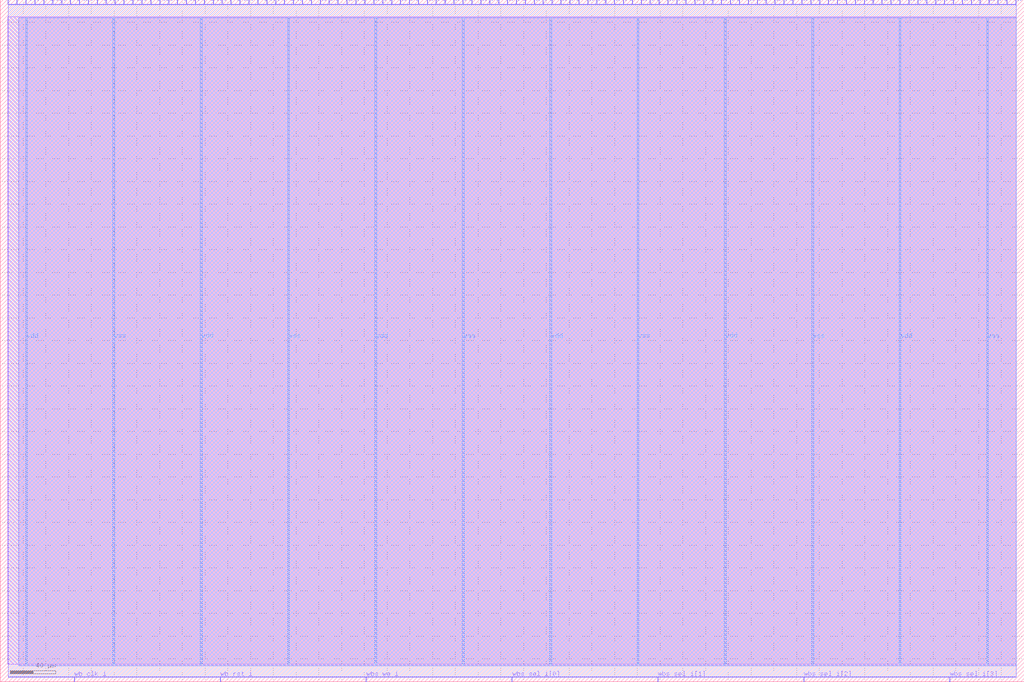
<source format=lef>
VERSION 5.7 ;
  NOWIREEXTENSIONATPIN ON ;
  DIVIDERCHAR "/" ;
  BUSBITCHARS "[]" ;
MACRO plant_example
  CLASS BLOCK ;
  FOREIGN plant_example ;
  ORIGIN 0.000 0.000 ;
  SIZE 900.000 BY 600.000 ;
  PIN io_in[0]
    DIRECTION INPUT ;
    USE SIGNAL ;
    PORT
      LAYER Metal2 ;
        RECT 6.720 596.000 7.280 600.000 ;
    END
  END io_in[0]
  PIN io_in[10]
    DIRECTION INPUT ;
    USE SIGNAL ;
    PORT
      LAYER Metal2 ;
        RECT 241.920 596.000 242.480 600.000 ;
    END
  END io_in[10]
  PIN io_in[11]
    DIRECTION INPUT ;
    USE SIGNAL ;
    PORT
      LAYER Metal2 ;
        RECT 265.440 596.000 266.000 600.000 ;
    END
  END io_in[11]
  PIN io_in[12]
    DIRECTION INPUT ;
    USE SIGNAL ;
    PORT
      LAYER Metal2 ;
        RECT 288.960 596.000 289.520 600.000 ;
    END
  END io_in[12]
  PIN io_in[13]
    DIRECTION INPUT ;
    USE SIGNAL ;
    PORT
      LAYER Metal2 ;
        RECT 312.480 596.000 313.040 600.000 ;
    END
  END io_in[13]
  PIN io_in[14]
    DIRECTION INPUT ;
    USE SIGNAL ;
    PORT
      LAYER Metal2 ;
        RECT 336.000 596.000 336.560 600.000 ;
    END
  END io_in[14]
  PIN io_in[15]
    DIRECTION INPUT ;
    USE SIGNAL ;
    PORT
      LAYER Metal2 ;
        RECT 359.520 596.000 360.080 600.000 ;
    END
  END io_in[15]
  PIN io_in[16]
    DIRECTION INPUT ;
    USE SIGNAL ;
    PORT
      LAYER Metal2 ;
        RECT 383.040 596.000 383.600 600.000 ;
    END
  END io_in[16]
  PIN io_in[17]
    DIRECTION INPUT ;
    USE SIGNAL ;
    PORT
      LAYER Metal2 ;
        RECT 406.560 596.000 407.120 600.000 ;
    END
  END io_in[17]
  PIN io_in[18]
    DIRECTION INPUT ;
    USE SIGNAL ;
    PORT
      LAYER Metal2 ;
        RECT 430.080 596.000 430.640 600.000 ;
    END
  END io_in[18]
  PIN io_in[19]
    DIRECTION INPUT ;
    USE SIGNAL ;
    PORT
      LAYER Metal2 ;
        RECT 453.600 596.000 454.160 600.000 ;
    END
  END io_in[19]
  PIN io_in[1]
    DIRECTION INPUT ;
    USE SIGNAL ;
    PORT
      LAYER Metal2 ;
        RECT 30.240 596.000 30.800 600.000 ;
    END
  END io_in[1]
  PIN io_in[20]
    DIRECTION INPUT ;
    USE SIGNAL ;
    PORT
      LAYER Metal2 ;
        RECT 477.120 596.000 477.680 600.000 ;
    END
  END io_in[20]
  PIN io_in[21]
    DIRECTION INPUT ;
    USE SIGNAL ;
    PORT
      LAYER Metal2 ;
        RECT 500.640 596.000 501.200 600.000 ;
    END
  END io_in[21]
  PIN io_in[22]
    DIRECTION INPUT ;
    USE SIGNAL ;
    PORT
      LAYER Metal2 ;
        RECT 524.160 596.000 524.720 600.000 ;
    END
  END io_in[22]
  PIN io_in[23]
    DIRECTION INPUT ;
    USE SIGNAL ;
    PORT
      LAYER Metal2 ;
        RECT 547.680 596.000 548.240 600.000 ;
    END
  END io_in[23]
  PIN io_in[24]
    DIRECTION INPUT ;
    USE SIGNAL ;
    PORT
      LAYER Metal2 ;
        RECT 571.200 596.000 571.760 600.000 ;
    END
  END io_in[24]
  PIN io_in[25]
    DIRECTION INPUT ;
    USE SIGNAL ;
    PORT
      LAYER Metal2 ;
        RECT 594.720 596.000 595.280 600.000 ;
    END
  END io_in[25]
  PIN io_in[26]
    DIRECTION INPUT ;
    USE SIGNAL ;
    PORT
      LAYER Metal2 ;
        RECT 618.240 596.000 618.800 600.000 ;
    END
  END io_in[26]
  PIN io_in[27]
    DIRECTION INPUT ;
    USE SIGNAL ;
    PORT
      LAYER Metal2 ;
        RECT 641.760 596.000 642.320 600.000 ;
    END
  END io_in[27]
  PIN io_in[28]
    DIRECTION INPUT ;
    USE SIGNAL ;
    PORT
      LAYER Metal2 ;
        RECT 665.280 596.000 665.840 600.000 ;
    END
  END io_in[28]
  PIN io_in[29]
    DIRECTION INPUT ;
    USE SIGNAL ;
    PORT
      LAYER Metal2 ;
        RECT 688.800 596.000 689.360 600.000 ;
    END
  END io_in[29]
  PIN io_in[2]
    DIRECTION INPUT ;
    USE SIGNAL ;
    PORT
      LAYER Metal2 ;
        RECT 53.760 596.000 54.320 600.000 ;
    END
  END io_in[2]
  PIN io_in[30]
    DIRECTION INPUT ;
    USE SIGNAL ;
    PORT
      LAYER Metal2 ;
        RECT 712.320 596.000 712.880 600.000 ;
    END
  END io_in[30]
  PIN io_in[31]
    DIRECTION INPUT ;
    USE SIGNAL ;
    PORT
      LAYER Metal2 ;
        RECT 735.840 596.000 736.400 600.000 ;
    END
  END io_in[31]
  PIN io_in[32]
    DIRECTION INPUT ;
    USE SIGNAL ;
    PORT
      LAYER Metal2 ;
        RECT 759.360 596.000 759.920 600.000 ;
    END
  END io_in[32]
  PIN io_in[33]
    DIRECTION INPUT ;
    USE SIGNAL ;
    PORT
      LAYER Metal2 ;
        RECT 782.880 596.000 783.440 600.000 ;
    END
  END io_in[33]
  PIN io_in[34]
    DIRECTION INPUT ;
    USE SIGNAL ;
    PORT
      LAYER Metal2 ;
        RECT 806.400 596.000 806.960 600.000 ;
    END
  END io_in[34]
  PIN io_in[35]
    DIRECTION INPUT ;
    USE SIGNAL ;
    PORT
      LAYER Metal2 ;
        RECT 829.920 596.000 830.480 600.000 ;
    END
  END io_in[35]
  PIN io_in[36]
    DIRECTION INPUT ;
    USE SIGNAL ;
    PORT
      LAYER Metal2 ;
        RECT 853.440 596.000 854.000 600.000 ;
    END
  END io_in[36]
  PIN io_in[37]
    DIRECTION INPUT ;
    USE SIGNAL ;
    PORT
      LAYER Metal2 ;
        RECT 876.960 596.000 877.520 600.000 ;
    END
  END io_in[37]
  PIN io_in[3]
    DIRECTION INPUT ;
    USE SIGNAL ;
    PORT
      LAYER Metal2 ;
        RECT 77.280 596.000 77.840 600.000 ;
    END
  END io_in[3]
  PIN io_in[4]
    DIRECTION INPUT ;
    USE SIGNAL ;
    PORT
      LAYER Metal2 ;
        RECT 100.800 596.000 101.360 600.000 ;
    END
  END io_in[4]
  PIN io_in[5]
    DIRECTION INPUT ;
    USE SIGNAL ;
    PORT
      LAYER Metal2 ;
        RECT 124.320 596.000 124.880 600.000 ;
    END
  END io_in[5]
  PIN io_in[6]
    DIRECTION INPUT ;
    USE SIGNAL ;
    PORT
      LAYER Metal2 ;
        RECT 147.840 596.000 148.400 600.000 ;
    END
  END io_in[6]
  PIN io_in[7]
    DIRECTION INPUT ;
    USE SIGNAL ;
    PORT
      LAYER Metal2 ;
        RECT 171.360 596.000 171.920 600.000 ;
    END
  END io_in[7]
  PIN io_in[8]
    DIRECTION INPUT ;
    USE SIGNAL ;
    PORT
      LAYER Metal2 ;
        RECT 194.880 596.000 195.440 600.000 ;
    END
  END io_in[8]
  PIN io_in[9]
    DIRECTION INPUT ;
    USE SIGNAL ;
    PORT
      LAYER Metal2 ;
        RECT 218.400 596.000 218.960 600.000 ;
    END
  END io_in[9]
  PIN io_oeb[0]
    DIRECTION OUTPUT TRISTATE ;
    USE SIGNAL ;
    PORT
      LAYER Metal2 ;
        RECT 14.560 596.000 15.120 600.000 ;
    END
  END io_oeb[0]
  PIN io_oeb[10]
    DIRECTION OUTPUT TRISTATE ;
    USE SIGNAL ;
    PORT
      LAYER Metal2 ;
        RECT 249.760 596.000 250.320 600.000 ;
    END
  END io_oeb[10]
  PIN io_oeb[11]
    DIRECTION OUTPUT TRISTATE ;
    USE SIGNAL ;
    PORT
      LAYER Metal2 ;
        RECT 273.280 596.000 273.840 600.000 ;
    END
  END io_oeb[11]
  PIN io_oeb[12]
    DIRECTION OUTPUT TRISTATE ;
    USE SIGNAL ;
    PORT
      LAYER Metal2 ;
        RECT 296.800 596.000 297.360 600.000 ;
    END
  END io_oeb[12]
  PIN io_oeb[13]
    DIRECTION OUTPUT TRISTATE ;
    USE SIGNAL ;
    PORT
      LAYER Metal2 ;
        RECT 320.320 596.000 320.880 600.000 ;
    END
  END io_oeb[13]
  PIN io_oeb[14]
    DIRECTION OUTPUT TRISTATE ;
    USE SIGNAL ;
    PORT
      LAYER Metal2 ;
        RECT 343.840 596.000 344.400 600.000 ;
    END
  END io_oeb[14]
  PIN io_oeb[15]
    DIRECTION OUTPUT TRISTATE ;
    USE SIGNAL ;
    PORT
      LAYER Metal2 ;
        RECT 367.360 596.000 367.920 600.000 ;
    END
  END io_oeb[15]
  PIN io_oeb[16]
    DIRECTION OUTPUT TRISTATE ;
    USE SIGNAL ;
    PORT
      LAYER Metal2 ;
        RECT 390.880 596.000 391.440 600.000 ;
    END
  END io_oeb[16]
  PIN io_oeb[17]
    DIRECTION OUTPUT TRISTATE ;
    USE SIGNAL ;
    PORT
      LAYER Metal2 ;
        RECT 414.400 596.000 414.960 600.000 ;
    END
  END io_oeb[17]
  PIN io_oeb[18]
    DIRECTION OUTPUT TRISTATE ;
    USE SIGNAL ;
    PORT
      LAYER Metal2 ;
        RECT 437.920 596.000 438.480 600.000 ;
    END
  END io_oeb[18]
  PIN io_oeb[19]
    DIRECTION OUTPUT TRISTATE ;
    USE SIGNAL ;
    PORT
      LAYER Metal2 ;
        RECT 461.440 596.000 462.000 600.000 ;
    END
  END io_oeb[19]
  PIN io_oeb[1]
    DIRECTION OUTPUT TRISTATE ;
    USE SIGNAL ;
    PORT
      LAYER Metal2 ;
        RECT 38.080 596.000 38.640 600.000 ;
    END
  END io_oeb[1]
  PIN io_oeb[20]
    DIRECTION OUTPUT TRISTATE ;
    USE SIGNAL ;
    PORT
      LAYER Metal2 ;
        RECT 484.960 596.000 485.520 600.000 ;
    END
  END io_oeb[20]
  PIN io_oeb[21]
    DIRECTION OUTPUT TRISTATE ;
    USE SIGNAL ;
    PORT
      LAYER Metal2 ;
        RECT 508.480 596.000 509.040 600.000 ;
    END
  END io_oeb[21]
  PIN io_oeb[22]
    DIRECTION OUTPUT TRISTATE ;
    USE SIGNAL ;
    PORT
      LAYER Metal2 ;
        RECT 532.000 596.000 532.560 600.000 ;
    END
  END io_oeb[22]
  PIN io_oeb[23]
    DIRECTION OUTPUT TRISTATE ;
    USE SIGNAL ;
    PORT
      LAYER Metal2 ;
        RECT 555.520 596.000 556.080 600.000 ;
    END
  END io_oeb[23]
  PIN io_oeb[24]
    DIRECTION OUTPUT TRISTATE ;
    USE SIGNAL ;
    PORT
      LAYER Metal2 ;
        RECT 579.040 596.000 579.600 600.000 ;
    END
  END io_oeb[24]
  PIN io_oeb[25]
    DIRECTION OUTPUT TRISTATE ;
    USE SIGNAL ;
    PORT
      LAYER Metal2 ;
        RECT 602.560 596.000 603.120 600.000 ;
    END
  END io_oeb[25]
  PIN io_oeb[26]
    DIRECTION OUTPUT TRISTATE ;
    USE SIGNAL ;
    PORT
      LAYER Metal2 ;
        RECT 626.080 596.000 626.640 600.000 ;
    END
  END io_oeb[26]
  PIN io_oeb[27]
    DIRECTION OUTPUT TRISTATE ;
    USE SIGNAL ;
    PORT
      LAYER Metal2 ;
        RECT 649.600 596.000 650.160 600.000 ;
    END
  END io_oeb[27]
  PIN io_oeb[28]
    DIRECTION OUTPUT TRISTATE ;
    USE SIGNAL ;
    PORT
      LAYER Metal2 ;
        RECT 673.120 596.000 673.680 600.000 ;
    END
  END io_oeb[28]
  PIN io_oeb[29]
    DIRECTION OUTPUT TRISTATE ;
    USE SIGNAL ;
    PORT
      LAYER Metal2 ;
        RECT 696.640 596.000 697.200 600.000 ;
    END
  END io_oeb[29]
  PIN io_oeb[2]
    DIRECTION OUTPUT TRISTATE ;
    USE SIGNAL ;
    PORT
      LAYER Metal2 ;
        RECT 61.600 596.000 62.160 600.000 ;
    END
  END io_oeb[2]
  PIN io_oeb[30]
    DIRECTION OUTPUT TRISTATE ;
    USE SIGNAL ;
    PORT
      LAYER Metal2 ;
        RECT 720.160 596.000 720.720 600.000 ;
    END
  END io_oeb[30]
  PIN io_oeb[31]
    DIRECTION OUTPUT TRISTATE ;
    USE SIGNAL ;
    PORT
      LAYER Metal2 ;
        RECT 743.680 596.000 744.240 600.000 ;
    END
  END io_oeb[31]
  PIN io_oeb[32]
    DIRECTION OUTPUT TRISTATE ;
    USE SIGNAL ;
    PORT
      LAYER Metal2 ;
        RECT 767.200 596.000 767.760 600.000 ;
    END
  END io_oeb[32]
  PIN io_oeb[33]
    DIRECTION OUTPUT TRISTATE ;
    USE SIGNAL ;
    PORT
      LAYER Metal2 ;
        RECT 790.720 596.000 791.280 600.000 ;
    END
  END io_oeb[33]
  PIN io_oeb[34]
    DIRECTION OUTPUT TRISTATE ;
    USE SIGNAL ;
    PORT
      LAYER Metal2 ;
        RECT 814.240 596.000 814.800 600.000 ;
    END
  END io_oeb[34]
  PIN io_oeb[35]
    DIRECTION OUTPUT TRISTATE ;
    USE SIGNAL ;
    PORT
      LAYER Metal2 ;
        RECT 837.760 596.000 838.320 600.000 ;
    END
  END io_oeb[35]
  PIN io_oeb[36]
    DIRECTION OUTPUT TRISTATE ;
    USE SIGNAL ;
    PORT
      LAYER Metal2 ;
        RECT 861.280 596.000 861.840 600.000 ;
    END
  END io_oeb[36]
  PIN io_oeb[37]
    DIRECTION OUTPUT TRISTATE ;
    USE SIGNAL ;
    PORT
      LAYER Metal2 ;
        RECT 884.800 596.000 885.360 600.000 ;
    END
  END io_oeb[37]
  PIN io_oeb[3]
    DIRECTION OUTPUT TRISTATE ;
    USE SIGNAL ;
    PORT
      LAYER Metal2 ;
        RECT 85.120 596.000 85.680 600.000 ;
    END
  END io_oeb[3]
  PIN io_oeb[4]
    DIRECTION OUTPUT TRISTATE ;
    USE SIGNAL ;
    PORT
      LAYER Metal2 ;
        RECT 108.640 596.000 109.200 600.000 ;
    END
  END io_oeb[4]
  PIN io_oeb[5]
    DIRECTION OUTPUT TRISTATE ;
    USE SIGNAL ;
    PORT
      LAYER Metal2 ;
        RECT 132.160 596.000 132.720 600.000 ;
    END
  END io_oeb[5]
  PIN io_oeb[6]
    DIRECTION OUTPUT TRISTATE ;
    USE SIGNAL ;
    PORT
      LAYER Metal2 ;
        RECT 155.680 596.000 156.240 600.000 ;
    END
  END io_oeb[6]
  PIN io_oeb[7]
    DIRECTION OUTPUT TRISTATE ;
    USE SIGNAL ;
    PORT
      LAYER Metal2 ;
        RECT 179.200 596.000 179.760 600.000 ;
    END
  END io_oeb[7]
  PIN io_oeb[8]
    DIRECTION OUTPUT TRISTATE ;
    USE SIGNAL ;
    PORT
      LAYER Metal2 ;
        RECT 202.720 596.000 203.280 600.000 ;
    END
  END io_oeb[8]
  PIN io_oeb[9]
    DIRECTION OUTPUT TRISTATE ;
    USE SIGNAL ;
    PORT
      LAYER Metal2 ;
        RECT 226.240 596.000 226.800 600.000 ;
    END
  END io_oeb[9]
  PIN io_out[0]
    DIRECTION OUTPUT TRISTATE ;
    USE SIGNAL ;
    PORT
      LAYER Metal2 ;
        RECT 22.400 596.000 22.960 600.000 ;
    END
  END io_out[0]
  PIN io_out[10]
    DIRECTION OUTPUT TRISTATE ;
    USE SIGNAL ;
    PORT
      LAYER Metal2 ;
        RECT 257.600 596.000 258.160 600.000 ;
    END
  END io_out[10]
  PIN io_out[11]
    DIRECTION OUTPUT TRISTATE ;
    USE SIGNAL ;
    PORT
      LAYER Metal2 ;
        RECT 281.120 596.000 281.680 600.000 ;
    END
  END io_out[11]
  PIN io_out[12]
    DIRECTION OUTPUT TRISTATE ;
    USE SIGNAL ;
    PORT
      LAYER Metal2 ;
        RECT 304.640 596.000 305.200 600.000 ;
    END
  END io_out[12]
  PIN io_out[13]
    DIRECTION OUTPUT TRISTATE ;
    USE SIGNAL ;
    PORT
      LAYER Metal2 ;
        RECT 328.160 596.000 328.720 600.000 ;
    END
  END io_out[13]
  PIN io_out[14]
    DIRECTION OUTPUT TRISTATE ;
    USE SIGNAL ;
    PORT
      LAYER Metal2 ;
        RECT 351.680 596.000 352.240 600.000 ;
    END
  END io_out[14]
  PIN io_out[15]
    DIRECTION OUTPUT TRISTATE ;
    USE SIGNAL ;
    PORT
      LAYER Metal2 ;
        RECT 375.200 596.000 375.760 600.000 ;
    END
  END io_out[15]
  PIN io_out[16]
    DIRECTION OUTPUT TRISTATE ;
    USE SIGNAL ;
    PORT
      LAYER Metal2 ;
        RECT 398.720 596.000 399.280 600.000 ;
    END
  END io_out[16]
  PIN io_out[17]
    DIRECTION OUTPUT TRISTATE ;
    USE SIGNAL ;
    PORT
      LAYER Metal2 ;
        RECT 422.240 596.000 422.800 600.000 ;
    END
  END io_out[17]
  PIN io_out[18]
    DIRECTION OUTPUT TRISTATE ;
    USE SIGNAL ;
    PORT
      LAYER Metal2 ;
        RECT 445.760 596.000 446.320 600.000 ;
    END
  END io_out[18]
  PIN io_out[19]
    DIRECTION OUTPUT TRISTATE ;
    USE SIGNAL ;
    PORT
      LAYER Metal2 ;
        RECT 469.280 596.000 469.840 600.000 ;
    END
  END io_out[19]
  PIN io_out[1]
    DIRECTION OUTPUT TRISTATE ;
    USE SIGNAL ;
    PORT
      LAYER Metal2 ;
        RECT 45.920 596.000 46.480 600.000 ;
    END
  END io_out[1]
  PIN io_out[20]
    DIRECTION OUTPUT TRISTATE ;
    USE SIGNAL ;
    PORT
      LAYER Metal2 ;
        RECT 492.800 596.000 493.360 600.000 ;
    END
  END io_out[20]
  PIN io_out[21]
    DIRECTION OUTPUT TRISTATE ;
    USE SIGNAL ;
    PORT
      LAYER Metal2 ;
        RECT 516.320 596.000 516.880 600.000 ;
    END
  END io_out[21]
  PIN io_out[22]
    DIRECTION OUTPUT TRISTATE ;
    USE SIGNAL ;
    PORT
      LAYER Metal2 ;
        RECT 539.840 596.000 540.400 600.000 ;
    END
  END io_out[22]
  PIN io_out[23]
    DIRECTION OUTPUT TRISTATE ;
    USE SIGNAL ;
    PORT
      LAYER Metal2 ;
        RECT 563.360 596.000 563.920 600.000 ;
    END
  END io_out[23]
  PIN io_out[24]
    DIRECTION OUTPUT TRISTATE ;
    USE SIGNAL ;
    PORT
      LAYER Metal2 ;
        RECT 586.880 596.000 587.440 600.000 ;
    END
  END io_out[24]
  PIN io_out[25]
    DIRECTION OUTPUT TRISTATE ;
    USE SIGNAL ;
    PORT
      LAYER Metal2 ;
        RECT 610.400 596.000 610.960 600.000 ;
    END
  END io_out[25]
  PIN io_out[26]
    DIRECTION OUTPUT TRISTATE ;
    USE SIGNAL ;
    PORT
      LAYER Metal2 ;
        RECT 633.920 596.000 634.480 600.000 ;
    END
  END io_out[26]
  PIN io_out[27]
    DIRECTION OUTPUT TRISTATE ;
    USE SIGNAL ;
    PORT
      LAYER Metal2 ;
        RECT 657.440 596.000 658.000 600.000 ;
    END
  END io_out[27]
  PIN io_out[28]
    DIRECTION OUTPUT TRISTATE ;
    USE SIGNAL ;
    PORT
      LAYER Metal2 ;
        RECT 680.960 596.000 681.520 600.000 ;
    END
  END io_out[28]
  PIN io_out[29]
    DIRECTION OUTPUT TRISTATE ;
    USE SIGNAL ;
    PORT
      LAYER Metal2 ;
        RECT 704.480 596.000 705.040 600.000 ;
    END
  END io_out[29]
  PIN io_out[2]
    DIRECTION OUTPUT TRISTATE ;
    USE SIGNAL ;
    PORT
      LAYER Metal2 ;
        RECT 69.440 596.000 70.000 600.000 ;
    END
  END io_out[2]
  PIN io_out[30]
    DIRECTION OUTPUT TRISTATE ;
    USE SIGNAL ;
    PORT
      LAYER Metal2 ;
        RECT 728.000 596.000 728.560 600.000 ;
    END
  END io_out[30]
  PIN io_out[31]
    DIRECTION OUTPUT TRISTATE ;
    USE SIGNAL ;
    PORT
      LAYER Metal2 ;
        RECT 751.520 596.000 752.080 600.000 ;
    END
  END io_out[31]
  PIN io_out[32]
    DIRECTION OUTPUT TRISTATE ;
    USE SIGNAL ;
    PORT
      LAYER Metal2 ;
        RECT 775.040 596.000 775.600 600.000 ;
    END
  END io_out[32]
  PIN io_out[33]
    DIRECTION OUTPUT TRISTATE ;
    USE SIGNAL ;
    PORT
      LAYER Metal2 ;
        RECT 798.560 596.000 799.120 600.000 ;
    END
  END io_out[33]
  PIN io_out[34]
    DIRECTION OUTPUT TRISTATE ;
    USE SIGNAL ;
    PORT
      LAYER Metal2 ;
        RECT 822.080 596.000 822.640 600.000 ;
    END
  END io_out[34]
  PIN io_out[35]
    DIRECTION OUTPUT TRISTATE ;
    USE SIGNAL ;
    PORT
      LAYER Metal2 ;
        RECT 845.600 596.000 846.160 600.000 ;
    END
  END io_out[35]
  PIN io_out[36]
    DIRECTION OUTPUT TRISTATE ;
    USE SIGNAL ;
    PORT
      LAYER Metal2 ;
        RECT 869.120 596.000 869.680 600.000 ;
    END
  END io_out[36]
  PIN io_out[37]
    DIRECTION OUTPUT TRISTATE ;
    USE SIGNAL ;
    PORT
      LAYER Metal2 ;
        RECT 892.640 596.000 893.200 600.000 ;
    END
  END io_out[37]
  PIN io_out[3]
    DIRECTION OUTPUT TRISTATE ;
    USE SIGNAL ;
    PORT
      LAYER Metal2 ;
        RECT 92.960 596.000 93.520 600.000 ;
    END
  END io_out[3]
  PIN io_out[4]
    DIRECTION OUTPUT TRISTATE ;
    USE SIGNAL ;
    PORT
      LAYER Metal2 ;
        RECT 116.480 596.000 117.040 600.000 ;
    END
  END io_out[4]
  PIN io_out[5]
    DIRECTION OUTPUT TRISTATE ;
    USE SIGNAL ;
    PORT
      LAYER Metal2 ;
        RECT 140.000 596.000 140.560 600.000 ;
    END
  END io_out[5]
  PIN io_out[6]
    DIRECTION OUTPUT TRISTATE ;
    USE SIGNAL ;
    PORT
      LAYER Metal2 ;
        RECT 163.520 596.000 164.080 600.000 ;
    END
  END io_out[6]
  PIN io_out[7]
    DIRECTION OUTPUT TRISTATE ;
    USE SIGNAL ;
    PORT
      LAYER Metal2 ;
        RECT 187.040 596.000 187.600 600.000 ;
    END
  END io_out[7]
  PIN io_out[8]
    DIRECTION OUTPUT TRISTATE ;
    USE SIGNAL ;
    PORT
      LAYER Metal2 ;
        RECT 210.560 596.000 211.120 600.000 ;
    END
  END io_out[8]
  PIN io_out[9]
    DIRECTION OUTPUT TRISTATE ;
    USE SIGNAL ;
    PORT
      LAYER Metal2 ;
        RECT 234.080 596.000 234.640 600.000 ;
    END
  END io_out[9]
  PIN vdd
    DIRECTION INOUT ;
    USE POWER ;
    PORT
      LAYER Metal4 ;
        RECT 22.240 15.380 23.840 584.380 ;
    END
    PORT
      LAYER Metal4 ;
        RECT 175.840 15.380 177.440 584.380 ;
    END
    PORT
      LAYER Metal4 ;
        RECT 329.440 15.380 331.040 584.380 ;
    END
    PORT
      LAYER Metal4 ;
        RECT 483.040 15.380 484.640 584.380 ;
    END
    PORT
      LAYER Metal4 ;
        RECT 636.640 15.380 638.240 584.380 ;
    END
    PORT
      LAYER Metal4 ;
        RECT 790.240 15.380 791.840 584.380 ;
    END
  END vdd
  PIN vss
    DIRECTION INOUT ;
    USE GROUND ;
    PORT
      LAYER Metal4 ;
        RECT 99.040 15.380 100.640 584.380 ;
    END
    PORT
      LAYER Metal4 ;
        RECT 252.640 15.380 254.240 584.380 ;
    END
    PORT
      LAYER Metal4 ;
        RECT 406.240 15.380 407.840 584.380 ;
    END
    PORT
      LAYER Metal4 ;
        RECT 559.840 15.380 561.440 584.380 ;
    END
    PORT
      LAYER Metal4 ;
        RECT 713.440 15.380 715.040 584.380 ;
    END
    PORT
      LAYER Metal4 ;
        RECT 867.040 15.380 868.640 584.380 ;
    END
  END vss
  PIN wb_clk_i
    DIRECTION INPUT ;
    USE SIGNAL ;
    PORT
      LAYER Metal2 ;
        RECT 64.960 0.000 65.520 4.000 ;
    END
  END wb_clk_i
  PIN wb_rst_i
    DIRECTION INPUT ;
    USE SIGNAL ;
    PORT
      LAYER Metal2 ;
        RECT 193.200 0.000 193.760 4.000 ;
    END
  END wb_rst_i
  PIN wbs_sel_i[0]
    DIRECTION INPUT ;
    USE SIGNAL ;
    PORT
      LAYER Metal2 ;
        RECT 449.680 0.000 450.240 4.000 ;
    END
  END wbs_sel_i[0]
  PIN wbs_sel_i[1]
    DIRECTION INPUT ;
    USE SIGNAL ;
    PORT
      LAYER Metal2 ;
        RECT 577.920 0.000 578.480 4.000 ;
    END
  END wbs_sel_i[1]
  PIN wbs_sel_i[2]
    DIRECTION INPUT ;
    USE SIGNAL ;
    PORT
      LAYER Metal2 ;
        RECT 706.160 0.000 706.720 4.000 ;
    END
  END wbs_sel_i[2]
  PIN wbs_sel_i[3]
    DIRECTION INPUT ;
    USE SIGNAL ;
    PORT
      LAYER Metal2 ;
        RECT 834.400 0.000 834.960 4.000 ;
    END
  END wbs_sel_i[3]
  PIN wbs_we_i
    DIRECTION INPUT ;
    USE SIGNAL ;
    PORT
      LAYER Metal2 ;
        RECT 321.440 0.000 322.000 4.000 ;
    END
  END wbs_we_i
  OBS
      LAYER Metal1 ;
        RECT 6.720 15.380 893.200 585.050 ;
      LAYER Metal2 ;
        RECT 7.580 595.700 14.260 596.000 ;
        RECT 15.420 595.700 22.100 596.000 ;
        RECT 23.260 595.700 29.940 596.000 ;
        RECT 31.100 595.700 37.780 596.000 ;
        RECT 38.940 595.700 45.620 596.000 ;
        RECT 46.780 595.700 53.460 596.000 ;
        RECT 54.620 595.700 61.300 596.000 ;
        RECT 62.460 595.700 69.140 596.000 ;
        RECT 70.300 595.700 76.980 596.000 ;
        RECT 78.140 595.700 84.820 596.000 ;
        RECT 85.980 595.700 92.660 596.000 ;
        RECT 93.820 595.700 100.500 596.000 ;
        RECT 101.660 595.700 108.340 596.000 ;
        RECT 109.500 595.700 116.180 596.000 ;
        RECT 117.340 595.700 124.020 596.000 ;
        RECT 125.180 595.700 131.860 596.000 ;
        RECT 133.020 595.700 139.700 596.000 ;
        RECT 140.860 595.700 147.540 596.000 ;
        RECT 148.700 595.700 155.380 596.000 ;
        RECT 156.540 595.700 163.220 596.000 ;
        RECT 164.380 595.700 171.060 596.000 ;
        RECT 172.220 595.700 178.900 596.000 ;
        RECT 180.060 595.700 186.740 596.000 ;
        RECT 187.900 595.700 194.580 596.000 ;
        RECT 195.740 595.700 202.420 596.000 ;
        RECT 203.580 595.700 210.260 596.000 ;
        RECT 211.420 595.700 218.100 596.000 ;
        RECT 219.260 595.700 225.940 596.000 ;
        RECT 227.100 595.700 233.780 596.000 ;
        RECT 234.940 595.700 241.620 596.000 ;
        RECT 242.780 595.700 249.460 596.000 ;
        RECT 250.620 595.700 257.300 596.000 ;
        RECT 258.460 595.700 265.140 596.000 ;
        RECT 266.300 595.700 272.980 596.000 ;
        RECT 274.140 595.700 280.820 596.000 ;
        RECT 281.980 595.700 288.660 596.000 ;
        RECT 289.820 595.700 296.500 596.000 ;
        RECT 297.660 595.700 304.340 596.000 ;
        RECT 305.500 595.700 312.180 596.000 ;
        RECT 313.340 595.700 320.020 596.000 ;
        RECT 321.180 595.700 327.860 596.000 ;
        RECT 329.020 595.700 335.700 596.000 ;
        RECT 336.860 595.700 343.540 596.000 ;
        RECT 344.700 595.700 351.380 596.000 ;
        RECT 352.540 595.700 359.220 596.000 ;
        RECT 360.380 595.700 367.060 596.000 ;
        RECT 368.220 595.700 374.900 596.000 ;
        RECT 376.060 595.700 382.740 596.000 ;
        RECT 383.900 595.700 390.580 596.000 ;
        RECT 391.740 595.700 398.420 596.000 ;
        RECT 399.580 595.700 406.260 596.000 ;
        RECT 407.420 595.700 414.100 596.000 ;
        RECT 415.260 595.700 421.940 596.000 ;
        RECT 423.100 595.700 429.780 596.000 ;
        RECT 430.940 595.700 437.620 596.000 ;
        RECT 438.780 595.700 445.460 596.000 ;
        RECT 446.620 595.700 453.300 596.000 ;
        RECT 454.460 595.700 461.140 596.000 ;
        RECT 462.300 595.700 468.980 596.000 ;
        RECT 470.140 595.700 476.820 596.000 ;
        RECT 477.980 595.700 484.660 596.000 ;
        RECT 485.820 595.700 492.500 596.000 ;
        RECT 493.660 595.700 500.340 596.000 ;
        RECT 501.500 595.700 508.180 596.000 ;
        RECT 509.340 595.700 516.020 596.000 ;
        RECT 517.180 595.700 523.860 596.000 ;
        RECT 525.020 595.700 531.700 596.000 ;
        RECT 532.860 595.700 539.540 596.000 ;
        RECT 540.700 595.700 547.380 596.000 ;
        RECT 548.540 595.700 555.220 596.000 ;
        RECT 556.380 595.700 563.060 596.000 ;
        RECT 564.220 595.700 570.900 596.000 ;
        RECT 572.060 595.700 578.740 596.000 ;
        RECT 579.900 595.700 586.580 596.000 ;
        RECT 587.740 595.700 594.420 596.000 ;
        RECT 595.580 595.700 602.260 596.000 ;
        RECT 603.420 595.700 610.100 596.000 ;
        RECT 611.260 595.700 617.940 596.000 ;
        RECT 619.100 595.700 625.780 596.000 ;
        RECT 626.940 595.700 633.620 596.000 ;
        RECT 634.780 595.700 641.460 596.000 ;
        RECT 642.620 595.700 649.300 596.000 ;
        RECT 650.460 595.700 657.140 596.000 ;
        RECT 658.300 595.700 664.980 596.000 ;
        RECT 666.140 595.700 672.820 596.000 ;
        RECT 673.980 595.700 680.660 596.000 ;
        RECT 681.820 595.700 688.500 596.000 ;
        RECT 689.660 595.700 696.340 596.000 ;
        RECT 697.500 595.700 704.180 596.000 ;
        RECT 705.340 595.700 712.020 596.000 ;
        RECT 713.180 595.700 719.860 596.000 ;
        RECT 721.020 595.700 727.700 596.000 ;
        RECT 728.860 595.700 735.540 596.000 ;
        RECT 736.700 595.700 743.380 596.000 ;
        RECT 744.540 595.700 751.220 596.000 ;
        RECT 752.380 595.700 759.060 596.000 ;
        RECT 760.220 595.700 766.900 596.000 ;
        RECT 768.060 595.700 774.740 596.000 ;
        RECT 775.900 595.700 782.580 596.000 ;
        RECT 783.740 595.700 790.420 596.000 ;
        RECT 791.580 595.700 798.260 596.000 ;
        RECT 799.420 595.700 806.100 596.000 ;
        RECT 807.260 595.700 813.940 596.000 ;
        RECT 815.100 595.700 821.780 596.000 ;
        RECT 822.940 595.700 829.620 596.000 ;
        RECT 830.780 595.700 837.460 596.000 ;
        RECT 838.620 595.700 845.300 596.000 ;
        RECT 846.460 595.700 853.140 596.000 ;
        RECT 854.300 595.700 860.980 596.000 ;
        RECT 862.140 595.700 868.820 596.000 ;
        RECT 869.980 595.700 876.660 596.000 ;
        RECT 877.820 595.700 884.500 596.000 ;
        RECT 885.660 595.700 892.340 596.000 ;
        RECT 6.860 4.300 893.060 595.700 ;
        RECT 6.860 4.000 64.660 4.300 ;
        RECT 65.820 4.000 192.900 4.300 ;
        RECT 194.060 4.000 321.140 4.300 ;
        RECT 322.300 4.000 449.380 4.300 ;
        RECT 450.540 4.000 577.620 4.300 ;
        RECT 578.780 4.000 705.860 4.300 ;
        RECT 707.020 4.000 834.100 4.300 ;
        RECT 835.260 4.000 893.060 4.300 ;
      LAYER Metal3 ;
        RECT 16.330 14.140 893.110 584.220 ;
  END
END plant_example
END LIBRARY


</source>
